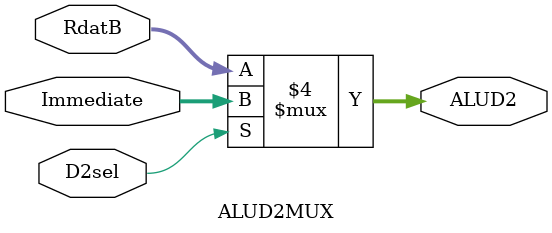
<source format=sv>
module ALUD2MUX(
    input logic D2sel,
    input logic[7:0] RdatB, Immediate,
    output logic [7:0] ALUD2
);
    
    always_comb begin
        if(D2sel==0) ALUD2=RdatB;
        else ALUD2 = Immediate;
    end

endmodule
</source>
